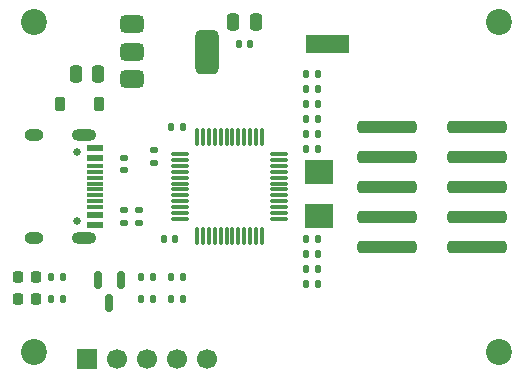
<source format=gts>
%TF.GenerationSoftware,KiCad,Pcbnew,9.0.4+dfsg-1*%
%TF.CreationDate,2025-09-22T10:32:12+08:00*%
%TF.ProjectId,stlink,73746c69-6e6b-42e6-9b69-6361645f7063,a*%
%TF.SameCoordinates,Original*%
%TF.FileFunction,Soldermask,Top*%
%TF.FilePolarity,Negative*%
%FSLAX45Y45*%
G04 Gerber Fmt 4.5, Leading zero omitted, Abs format (unit mm)*
G04 Created by KiCad (PCBNEW 9.0.4+dfsg-1) date 2025-09-22 10:32:12*
%MOMM*%
%LPD*%
G01*
G04 APERTURE LIST*
G04 Aperture macros list*
%AMRoundRect*
0 Rectangle with rounded corners*
0 $1 Rounding radius*
0 $2 $3 $4 $5 $6 $7 $8 $9 X,Y pos of 4 corners*
0 Add a 4 corners polygon primitive as box body*
4,1,4,$2,$3,$4,$5,$6,$7,$8,$9,$2,$3,0*
0 Add four circle primitives for the rounded corners*
1,1,$1+$1,$2,$3*
1,1,$1+$1,$4,$5*
1,1,$1+$1,$6,$7*
1,1,$1+$1,$8,$9*
0 Add four rect primitives between the rounded corners*
20,1,$1+$1,$2,$3,$4,$5,0*
20,1,$1+$1,$4,$5,$6,$7,0*
20,1,$1+$1,$6,$7,$8,$9,0*
20,1,$1+$1,$8,$9,$2,$3,0*%
G04 Aperture macros list end*
%ADD10RoundRect,0.250000X0.250000X0.475000X-0.250000X0.475000X-0.250000X-0.475000X0.250000X-0.475000X0*%
%ADD11RoundRect,0.250000X-0.250000X-0.475000X0.250000X-0.475000X0.250000X0.475000X-0.250000X0.475000X0*%
%ADD12RoundRect,0.135000X-0.185000X0.135000X-0.185000X-0.135000X0.185000X-0.135000X0.185000X0.135000X0*%
%ADD13RoundRect,0.140000X-0.140000X-0.170000X0.140000X-0.170000X0.140000X0.170000X-0.140000X0.170000X0*%
%ADD14RoundRect,0.140000X0.140000X0.170000X-0.140000X0.170000X-0.140000X-0.170000X0.140000X-0.170000X0*%
%ADD15RoundRect,0.250000X-2.250000X-0.260000X2.250000X-0.260000X2.250000X0.260000X-2.250000X0.260000X0*%
%ADD16RoundRect,0.218750X-0.218750X-0.256250X0.218750X-0.256250X0.218750X0.256250X-0.218750X0.256250X0*%
%ADD17RoundRect,0.218750X0.218750X0.256250X-0.218750X0.256250X-0.218750X-0.256250X0.218750X-0.256250X0*%
%ADD18RoundRect,0.135000X-0.135000X-0.185000X0.135000X-0.185000X0.135000X0.185000X-0.135000X0.185000X0*%
%ADD19RoundRect,0.225000X0.225000X0.375000X-0.225000X0.375000X-0.225000X-0.375000X0.225000X-0.375000X0*%
%ADD20RoundRect,0.075000X0.662500X0.075000X-0.662500X0.075000X-0.662500X-0.075000X0.662500X-0.075000X0*%
%ADD21RoundRect,0.075000X0.075000X0.662500X-0.075000X0.662500X-0.075000X-0.662500X0.075000X-0.662500X0*%
%ADD22RoundRect,0.150000X-0.150000X0.587500X-0.150000X-0.587500X0.150000X-0.587500X0.150000X0.587500X0*%
%ADD23RoundRect,0.135000X0.135000X0.185000X-0.135000X0.185000X-0.135000X-0.185000X0.135000X-0.185000X0*%
%ADD24R,2.400000X2.000000*%
%ADD25R,1.000000X1.500000*%
%ADD26R,1.700000X1.700000*%
%ADD27C,1.700000*%
%ADD28RoundRect,0.135000X0.185000X-0.135000X0.185000X0.135000X-0.185000X0.135000X-0.185000X-0.135000X0*%
%ADD29C,2.200000*%
%ADD30C,0.650000*%
%ADD31R,1.450000X0.600000*%
%ADD32R,1.450000X0.300000*%
%ADD33O,2.100000X1.000000*%
%ADD34O,1.600000X1.000000*%
%ADD35RoundRect,0.375000X-0.625000X-0.375000X0.625000X-0.375000X0.625000X0.375000X-0.625000X0.375000X0*%
%ADD36RoundRect,0.500000X-0.500000X-1.400000X0.500000X-1.400000X0.500000X1.400000X-0.500000X1.400000X0*%
G04 APERTURE END LIST*
%TO.C,JP1*%
G36*
X12813500Y-7608500D02*
G01*
X12973500Y-7608500D01*
X12973500Y-7758500D01*
X12813500Y-7758500D01*
X12813500Y-7608500D01*
G37*
%TD*%
D10*
%TO.C,C4*%
X10953500Y-7937500D03*
X10763500Y-7937500D03*
%TD*%
D11*
%TO.C,C5*%
X12097000Y-7493000D03*
X12287000Y-7493000D03*
%TD*%
D12*
%TO.C,R5*%
X11303000Y-9093000D03*
X11303000Y-9195000D03*
%TD*%
D13*
%TO.C,C6*%
X12715500Y-9715500D03*
X12811500Y-9715500D03*
%TD*%
%TO.C,C7*%
X12715500Y-8191500D03*
X12811500Y-8191500D03*
%TD*%
D14*
%TO.C,C8*%
X11668500Y-8382000D03*
X11572500Y-8382000D03*
%TD*%
%TO.C,C9*%
X11605000Y-9334500D03*
X11509000Y-9334500D03*
%TD*%
D15*
%TO.C,J2*%
X13399500Y-8382000D03*
X14159500Y-8382000D03*
X13399500Y-8636000D03*
X14159500Y-8636000D03*
X13399500Y-8890000D03*
X14159500Y-8890000D03*
X13399500Y-9144000D03*
X14159500Y-9144000D03*
X13399500Y-9398000D03*
X14159500Y-9398000D03*
%TD*%
D13*
%TO.C,C2*%
X12715500Y-9334500D03*
X12811500Y-9334500D03*
%TD*%
%TO.C,C3*%
X12715500Y-8572500D03*
X12811500Y-8572500D03*
%TD*%
D16*
%TO.C,D2*%
X10271750Y-9652000D03*
X10429250Y-9652000D03*
%TD*%
D17*
%TO.C,D3*%
X10429250Y-9842500D03*
X10271750Y-9842500D03*
%TD*%
D18*
%TO.C,R14*%
X10553500Y-9652000D03*
X10655500Y-9652000D03*
%TD*%
D19*
%TO.C,D1*%
X10960000Y-8191500D03*
X10630000Y-8191500D03*
%TD*%
D20*
%TO.C,U1*%
X12481250Y-9165000D03*
X12481250Y-9115000D03*
X12481250Y-9065000D03*
X12481250Y-9015000D03*
X12481250Y-8965000D03*
X12481250Y-8915000D03*
X12481250Y-8865000D03*
X12481250Y-8815000D03*
X12481250Y-8765000D03*
X12481250Y-8715000D03*
X12481250Y-8665000D03*
X12481250Y-8615000D03*
D21*
X12340000Y-8473750D03*
X12290000Y-8473750D03*
X12240000Y-8473750D03*
X12190000Y-8473750D03*
X12140000Y-8473750D03*
X12090000Y-8473750D03*
X12040000Y-8473750D03*
X11990000Y-8473750D03*
X11940000Y-8473750D03*
X11890000Y-8473750D03*
X11840000Y-8473750D03*
X11790000Y-8473750D03*
D20*
X11648750Y-8615000D03*
X11648750Y-8665000D03*
X11648750Y-8715000D03*
X11648750Y-8765000D03*
X11648750Y-8815000D03*
X11648750Y-8865000D03*
X11648750Y-8915000D03*
X11648750Y-8965000D03*
X11648750Y-9015000D03*
X11648750Y-9065000D03*
X11648750Y-9115000D03*
X11648750Y-9165000D03*
D21*
X11790000Y-9306250D03*
X11840000Y-9306250D03*
X11890000Y-9306250D03*
X11940000Y-9306250D03*
X11990000Y-9306250D03*
X12040000Y-9306250D03*
X12090000Y-9306250D03*
X12140000Y-9306250D03*
X12190000Y-9306250D03*
X12240000Y-9306250D03*
X12290000Y-9306250D03*
X12340000Y-9306250D03*
%TD*%
D13*
%TO.C,C1*%
X12715500Y-8318500D03*
X12811500Y-8318500D03*
%TD*%
D18*
%TO.C,R1*%
X12712500Y-8445500D03*
X12814500Y-8445500D03*
%TD*%
%TO.C,R2*%
X11569500Y-9842500D03*
X11671500Y-9842500D03*
%TD*%
D12*
%TO.C,R11*%
X11430000Y-8585000D03*
X11430000Y-8687000D03*
%TD*%
D22*
%TO.C,Q1*%
X11144000Y-9685250D03*
X11049000Y-9872750D03*
X10954000Y-9685250D03*
%TD*%
D23*
%TO.C,R8*%
X11417500Y-9842500D03*
X11315500Y-9842500D03*
%TD*%
D18*
%TO.C,R9*%
X11315500Y-9652000D03*
X11417500Y-9652000D03*
%TD*%
D23*
%TO.C,R6*%
X12814500Y-9588500D03*
X12712500Y-9588500D03*
%TD*%
%TO.C,R7*%
X12814500Y-9461500D03*
X12712500Y-9461500D03*
%TD*%
D18*
%TO.C,R12*%
X12712500Y-7937500D03*
X12814500Y-7937500D03*
%TD*%
D23*
%TO.C,R10*%
X11671500Y-9652000D03*
X11569500Y-9652000D03*
%TD*%
D24*
%TO.C,Y1*%
X12827000Y-9138500D03*
X12827000Y-8768500D03*
%TD*%
D23*
%TO.C,R15*%
X10655500Y-9842500D03*
X10553500Y-9842500D03*
%TD*%
D25*
%TO.C,JP1*%
X12763500Y-7683500D03*
X12893500Y-7683500D03*
X13023500Y-7683500D03*
%TD*%
D23*
%TO.C,R13*%
X12814500Y-8064500D03*
X12712500Y-8064500D03*
%TD*%
D26*
%TO.C,J3*%
X10858500Y-10350000D03*
D27*
X11112500Y-10350000D03*
X11366500Y-10350000D03*
X11620500Y-10350000D03*
X11874500Y-10350000D03*
%TD*%
D28*
%TO.C,R3*%
X11176000Y-9195000D03*
X11176000Y-9093000D03*
%TD*%
D29*
%TO.C,B1*%
X10414000Y-7493000D03*
X10414000Y-10287000D03*
X14351000Y-7493000D03*
X14351000Y-10287000D03*
%TD*%
D30*
%TO.C,J1*%
X10778000Y-8601000D03*
X10778000Y-9179000D03*
D31*
X10922500Y-8565000D03*
X10922500Y-8645000D03*
D32*
X10922500Y-8765000D03*
X10922500Y-8865000D03*
X10922500Y-8915000D03*
X10922500Y-9015000D03*
D31*
X10922500Y-9135000D03*
X10922500Y-9215000D03*
X10922500Y-9215000D03*
X10922500Y-9135000D03*
D32*
X10922500Y-9065000D03*
X10922500Y-8965000D03*
X10922500Y-8815000D03*
X10922500Y-8715000D03*
D31*
X10922500Y-8645000D03*
X10922500Y-8565000D03*
D33*
X10831000Y-8458000D03*
D34*
X10413000Y-8458000D03*
D33*
X10831000Y-9322000D03*
D34*
X10413000Y-9322000D03*
%TD*%
D13*
%TO.C,C10*%
X12144000Y-7683500D03*
X12240000Y-7683500D03*
%TD*%
D12*
%TO.C,R4*%
X11176000Y-8648500D03*
X11176000Y-8750500D03*
%TD*%
D35*
%TO.C,U3*%
X11242000Y-7517000D03*
D36*
X11872000Y-7747000D03*
D35*
X11242000Y-7747000D03*
X11242000Y-7977000D03*
%TD*%
M02*

</source>
